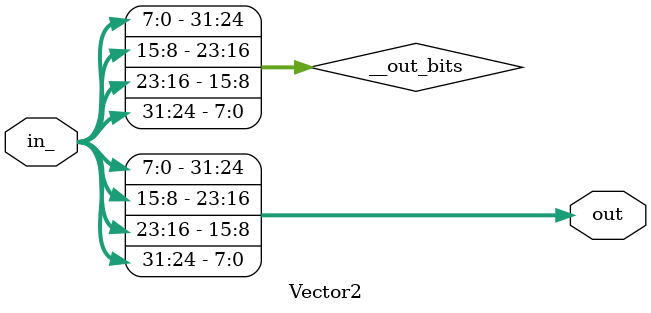
<source format=sv>
module Vector2(
  input  wire [31:0] in_,
  output wire [31:0] out
);

  // Variables for output ports
  logic [31:0] __out_bits;

  // @comb update():
  always_comb begin
    // s.out[24:] /= s.in_[:8]
    __out_bits[32'h18 +: 8] = in_[7:0];
    // s.out[16:24] /= s.in_[8:16]
    __out_bits[32'h10 +: 8] = in_[15:8];
    // s.out[8:16] /= s.in_[16:24]
    __out_bits[32'h8 +: 8] = in_[23:16];
    // s.out[:8] /= s.in_[24:]
    __out_bits[32'h0 +: 8] = in_[31:24];
  end // always_comb

  assign out = __out_bits;
endmodule

</source>
